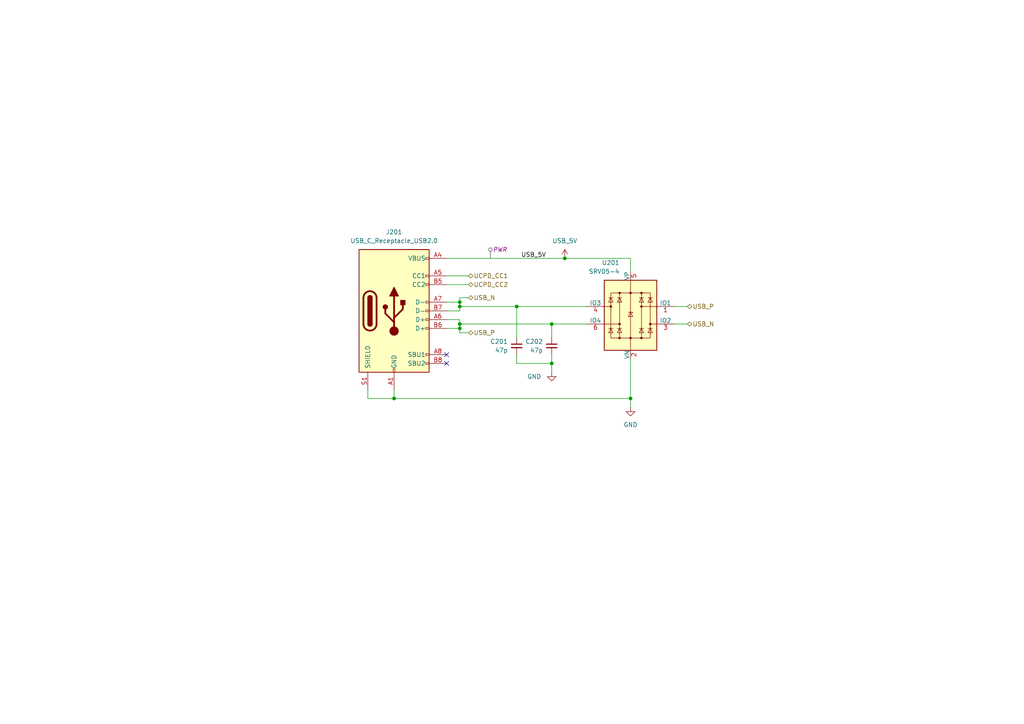
<source format=kicad_sch>
(kicad_sch (version 20231120) (generator "eeschema") (generator_version "8.0")
  (paper "A4")
  (title_block (title "USB & ESD") (date "2023-10-11") (rev "0.1") (company "matei repair lab"))
  (lib_symbols
    (symbol "Connector:USB_C_Receptacle_USB2.0" (pin_names (offset 1.016))
      (property "Reference" "J" (at -10.16 19.05 0))
      (property "Value" "USB_C_Receptacle_USB2.0" (at 19.05 19.05 0))
      (symbol "USB_C_Receptacle_USB2.0_0_0"
        (rectangle (start -0.254 -17.78) (end 0.254 -16.764))
        (rectangle (start 10.16 -14.986) (end 9.144 -15.494))
        (rectangle (start 10.16 -12.446) (end 9.144 -12.954))
        (rectangle (start 10.16 -4.826) (end 9.144 -5.334))
        (rectangle (start 10.16 -2.286) (end 9.144 -2.794))
        (rectangle (start 10.16 0.254) (end 9.144 -0.254))
        (rectangle (start 10.16 2.794) (end 9.144 2.286))
        (rectangle (start 10.16 7.874) (end 9.144 7.366))
        (rectangle (start 10.16 10.414) (end 9.144 9.906))
        (rectangle (start 10.16 15.494) (end 9.144 14.986))
      )
      (symbol "USB_C_Receptacle_USB2.0_0_1"
        (rectangle (start -10.16 17.78) (end 10.16 -17.78) (stroke (width 0.254)) (fill (type background)))
        (arc (start -8.89 -3.81) (mid -6.985 -5.7067) (end -5.08 -3.81) (stroke (width 0.508)))
        (arc (start -7.62 -3.81) (mid -6.985 -4.4423) (end -6.35 -3.81) (stroke (width 0.254)))
        (arc (start -7.62 -3.81) (mid -6.985 -4.4423) (end -6.35 -3.81) (stroke (width 0.254)) (fill (type outline)))
        (rectangle (start -7.62 -3.81) (end -6.35 3.81) (stroke (width 0.254)) (fill (type outline)))
        (arc (start -6.35 3.81) (mid -6.985 4.4423) (end -7.62 3.81) (stroke (width 0.254)))
        (arc (start -6.35 3.81) (mid -6.985 4.4423) (end -7.62 3.81) (stroke (width 0.254)) (fill (type outline)))
        (arc (start -5.08 3.81) (mid -6.985 5.7067) (end -8.89 3.81) (stroke (width 0.508)))
        (circle (center -2.54 1.143) (radius 0.635) (stroke (width 0.254)) (fill (type outline)))
        (circle (center 0 -5.842) (radius 1.27) (fill (type outline)))
        (polyline (pts (xy -8.89 -3.81) (xy -8.89 3.81)) (stroke (width 0.508)))
        (polyline (pts (xy -5.08 3.81) (xy -5.08 -3.81)) (stroke (width 0.508)))
        (polyline (pts (xy 0 -5.842) (xy 0 4.318)) (stroke (width 0.508)))
        (polyline (pts (xy 0 -3.302) (xy -2.54 -0.762) (xy -2.54 0.508)) (stroke (width 0.508)))
        (polyline (pts (xy 0 -2.032) (xy 2.54 0.508) (xy 2.54 1.778)) (stroke (width 0.508)))
        (polyline (pts (xy -1.27 4.318) (xy 0 6.858) (xy 1.27 4.318) (xy -1.27 4.318)) (stroke (width 0.254)) (fill (type outline)))
        (rectangle (start 1.905 1.778) (end 3.175 3.048) (stroke (width 0.254)) (fill (type outline)))
      )
      (symbol "USB_C_Receptacle_USB2.0_1_1"
        (pin passive line (at 0 -22.86 90) (length 5.08) (name "GND") (number "A1"))
        (pin passive line (at 0 -22.86 90) (length 5.08) hide (name "GND") (number "A12"))
        (pin passive line (at 15.24 15.24 180) (length 5.08) (name "VBUS") (number "A4"))
        (pin bidirectional line (at 15.24 10.16 180) (length 5.08) (name "CC1") (number "A5"))
        (pin bidirectional line (at 15.24 -2.54 180) (length 5.08) (name "D+") (number "A6"))
        (pin bidirectional line (at 15.24 2.54 180) (length 5.08) (name "D-") (number "A7"))
        (pin bidirectional line (at 15.24 -12.7 180) (length 5.08) (name "SBU1") (number "A8"))
        (pin passive line (at 15.24 15.24 180) (length 5.08) hide (name "VBUS") (number "A9"))
        (pin passive line (at 0 -22.86 90) (length 5.08) hide (name "GND") (number "B1"))
        (pin passive line (at 0 -22.86 90) (length 5.08) hide (name "GND") (number "B12"))
        (pin passive line (at 15.24 15.24 180) (length 5.08) hide (name "VBUS") (number "B4"))
        (pin bidirectional line (at 15.24 7.62 180) (length 5.08) (name "CC2") (number "B5"))
        (pin bidirectional line (at 15.24 -5.08 180) (length 5.08) (name "D+") (number "B6"))
        (pin bidirectional line (at 15.24 0 180) (length 5.08) (name "D-") (number "B7"))
        (pin bidirectional line (at 15.24 -15.24 180) (length 5.08) (name "SBU2") (number "B8"))
        (pin passive line (at 15.24 15.24 180) (length 5.08) hide (name "VBUS") (number "B9"))
        (pin passive line (at -7.62 -22.86 90) (length 5.08) (name "SHIELD") (number "S1"))
      )
    )
    (symbol "Device:C_Small" (pin_numbers hide) (pin_names (offset 0.254) hide)
      (property "Reference" "C" (at 0.254 1.778 0))
      (property "Value" "C_Small" (at 0.254 -2.032 0))
      (symbol "C_Small_0_1"
        (polyline (pts (xy -1.524 -0.508) (xy 1.524 -0.508)) (stroke (width 0.3302)))
        (polyline (pts (xy -1.524 0.508) (xy 1.524 0.508)) (stroke (width 0.3048)))
      )
      (symbol "C_Small_1_1"
        (pin passive line (at 0 2.54 270) (length 2.032) (name "~") (number "1"))
        (pin passive line (at 0 -2.54 90) (length 2.032) (name "~") (number "2"))
      )
    )
    (symbol "Power_Protection:SRV05-4" (pin_names (offset 0))
      (property "Reference" "U" (at -5.08 11.43 0))
      (property "Value" "SRV05-4" (at 2.54 11.43 0))
      (symbol "SRV05-4_0_0"
        (rectangle (start -5.715 6.477) (end 5.715 -6.604))
        (polyline (pts (xy -3.175 -6.604) (xy -3.175 6.477)))
        (polyline (pts (xy 3.175 6.477) (xy 3.175 -6.604)))
      )
      (symbol "SRV05-4_0_1"
        (rectangle (start -7.62 10.16) (end 7.62 -10.16) (stroke (width 0.254)) (fill (type background)))
        (circle (center -5.715 -2.54) (radius 0.2794) (fill (type outline)))
        (circle (center -3.175 -6.604) (radius 0.2794) (fill (type outline)))
        (circle (center -3.175 2.54) (radius 0.2794) (fill (type outline)))
        (circle (center -3.175 6.477) (radius 0.2794) (fill (type outline)))
        (circle (center 0 -6.604) (radius 0.2794) (fill (type outline)))
        (polyline (pts (xy -7.747 2.54) (xy -3.175 2.54)))
        (polyline (pts (xy -7.62 -2.54) (xy -5.715 -2.54)))
        (polyline (pts (xy -5.08 -3.81) (xy -6.35 -3.81)))
        (polyline (pts (xy -5.08 5.08) (xy -6.35 5.08)))
        (polyline (pts (xy -2.54 -3.81) (xy -3.81 -3.81)))
        (polyline (pts (xy -2.54 5.08) (xy -3.81 5.08)))
        (polyline (pts (xy 0 10.16) (xy 0 -10.16)))
        (polyline (pts (xy 3.81 -3.81) (xy 2.54 -3.81)))
        (polyline (pts (xy 3.81 5.08) (xy 2.54 5.08)))
        (polyline (pts (xy 6.35 -3.81) (xy 5.08 -3.81)))
        (polyline (pts (xy 6.35 5.08) (xy 5.08 5.08)))
        (polyline (pts (xy 7.62 -2.54) (xy 3.175 -2.54)))
        (polyline (pts (xy 7.62 2.54) (xy 5.715 2.54)))
        (polyline (pts (xy 0.635 0.889) (xy -0.635 0.889) (xy -0.635 0.635)))
        (polyline (pts (xy -5.08 -5.08) (xy -6.35 -5.08) (xy -5.715 -3.81) (xy -5.08 -5.08)))
        (polyline (pts (xy -5.08 3.81) (xy -6.35 3.81) (xy -5.715 5.08) (xy -5.08 3.81)))
        (polyline (pts (xy -2.54 -5.08) (xy -3.81 -5.08) (xy -3.175 -3.81) (xy -2.54 -5.08)))
        (polyline (pts (xy -2.54 3.81) (xy -3.81 3.81) (xy -3.175 5.08) (xy -2.54 3.81)))
        (polyline (pts (xy 0.635 -0.381) (xy -0.635 -0.381) (xy 0 0.889) (xy 0.635 -0.381)))
        (polyline (pts (xy 3.81 -5.08) (xy 2.54 -5.08) (xy 3.175 -3.81) (xy 3.81 -5.08)))
        (polyline (pts (xy 3.81 3.81) (xy 2.54 3.81) (xy 3.175 5.08) (xy 3.81 3.81)))
        (polyline (pts (xy 6.35 -5.08) (xy 5.08 -5.08) (xy 5.715 -3.81) (xy 6.35 -5.08)))
        (polyline (pts (xy 6.35 3.81) (xy 5.08 3.81) (xy 5.715 5.08) (xy 6.35 3.81)))
        (circle (center 0 6.477) (radius 0.2794) (fill (type outline)))
        (circle (center 3.175 -6.604) (radius 0.2794) (fill (type outline)))
        (circle (center 3.175 -2.54) (radius 0.2794) (fill (type outline)))
        (circle (center 3.175 6.477) (radius 0.2794) (fill (type outline)))
        (circle (center 5.715 2.54) (radius 0.2794) (fill (type outline)))
      )
      (symbol "SRV05-4_1_1"
        (pin passive line (at -12.7 2.54 0) (length 5.08) (name "IO1") (number "1"))
        (pin passive line (at 0 -12.7 90) (length 2.54) (name "VN") (number "2"))
        (pin passive line (at -12.7 -2.54 0) (length 5.08) (name "IO2") (number "3"))
        (pin passive line (at 12.7 2.54 180) (length 5.08) (name "IO3") (number "4"))
        (pin passive line (at 0 12.7 270) (length 2.54) (name "VP") (number "5"))
        (pin passive line (at 12.7 -2.54 180) (length 5.08) (name "IO4") (number "6"))
      )
    )
    (symbol "power:+5V" (power) (pin_numbers hide) (pin_names (offset 0) hide)
      (property "Value" "+5V" (at 0 3.556 0))
      (symbol "+5V_0_1"
        (polyline (pts (xy -0.762 1.27) (xy 0 2.54)))
        (polyline (pts (xy 0 0) (xy 0 2.54)))
        (polyline (pts (xy 0 2.54) (xy 0.762 1.27)))
      )
      (symbol "+5V_1_1"
        (pin power_in line (at 0 0 90) (length 0) (name "~") (number "1"))
      )
    )
    (symbol "power:GND" (power) (pin_names (offset 0))
      (property "Value" "GND" (at 0 -3.81 0))
      (symbol "GND_0_1"
        (polyline (pts (xy 0 0) (xy 0 -1.27) (xy 1.27 -1.27) (xy 0 -2.54) (xy -1.27 -1.27) (xy 0 -1.27)))
      )
      (symbol "GND_1_1"
        (pin power_in line (at 0 0 270) (length 0) hide (name "GND") (number "1"))
      )
    )
  )
  (junction (at 163.83 74.93))
  (junction (at 133.35 88.9))
  (junction (at 182.88 115.57))
  (junction (at 133.35 87.63))
  (junction (at 133.35 95.25))
  (junction (at 160.02 93.98))
  (junction (at 160.02 105.41))
  (junction (at 149.86 88.9))
  (junction (at 114.3 115.57))
  (junction (at 133.35 93.98))
  (no_connect (at 129.54 105.41))
  (no_connect (at 129.54 102.87))
  (wire (pts (xy 182.88 74.93) (xy 182.88 78.74)))
  (wire (pts (xy 182.88 115.57) (xy 182.88 104.14)))
  (wire (pts (xy 129.54 87.63) (xy 133.35 87.63)))
  (wire (pts (xy 133.35 92.71) (xy 133.35 93.98)))
  (wire (pts (xy 106.68 115.57) (xy 114.3 115.57)))
  (wire (pts (xy 149.86 88.9) (xy 170.18 88.9)))
  (wire (pts (xy 135.89 96.52) (xy 133.35 96.52)))
  (wire (pts (xy 149.86 105.41) (xy 160.02 105.41)))
  (wire (pts (xy 129.54 74.93) (xy 163.83 74.93)))
  (wire (pts (xy 149.86 88.9) (xy 149.86 97.79)))
  (wire (pts (xy 133.35 93.98) (xy 133.35 95.25)))
  (wire (pts (xy 182.88 115.57) (xy 182.88 118.11)))
  (wire (pts (xy 149.86 102.87) (xy 149.86 105.41)))
  (wire (pts (xy 129.54 80.01) (xy 135.89 80.01)))
  (wire (pts (xy 160.02 102.87) (xy 160.02 105.41)))
  (wire (pts (xy 133.35 86.36) (xy 133.35 87.63)))
  (wire (pts (xy 106.68 113.03) (xy 106.68 115.57)))
  (wire (pts (xy 114.3 113.03) (xy 114.3 115.57)))
  (wire (pts (xy 160.02 105.41) (xy 160.02 107.95)))
  (wire (pts (xy 160.02 93.98) (xy 170.18 93.98)))
  (wire (pts (xy 160.02 93.98) (xy 160.02 97.79)))
  (wire (pts (xy 133.35 90.17) (xy 129.54 90.17)))
  (wire (pts (xy 195.58 93.98) (xy 199.39 93.98)))
  (wire (pts (xy 133.35 93.98) (xy 160.02 93.98)))
  (wire (pts (xy 129.54 92.71) (xy 133.35 92.71)))
  (wire (pts (xy 133.35 96.52) (xy 133.35 95.25)))
  (wire (pts (xy 129.54 82.55) (xy 135.89 82.55)))
  (wire (pts (xy 133.35 95.25) (xy 129.54 95.25)))
  (wire (pts (xy 163.83 74.93) (xy 182.88 74.93)))
  (wire (pts (xy 135.89 86.36) (xy 133.35 86.36)))
  (wire (pts (xy 195.58 88.9) (xy 199.39 88.9)))
  (wire (pts (xy 114.3 115.57) (xy 182.88 115.57)))
  (wire (pts (xy 133.35 87.63) (xy 133.35 88.9)))
  (wire (pts (xy 133.35 88.9) (xy 133.35 90.17)))
  (wire (pts (xy 133.35 88.9) (xy 149.86 88.9)))
  (label "USB_5V" (at 151.13 74.93 0))
  (hierarchical_label "USB_P" (shape bidirectional) (at 199.39 88.9 0))
  (hierarchical_label "USB_N" (shape bidirectional) (at 135.89 86.36 0))
  (hierarchical_label "UCPD_CC2" (shape bidirectional) (at 135.89 82.55 0))
  (hierarchical_label "USB_P" (shape bidirectional) (at 135.89 96.52 0))
  (hierarchical_label "USB_N" (shape bidirectional) (at 199.39 93.98 0))
  (hierarchical_label "UCPD_CC1" (shape bidirectional) (at 135.89 80.01 0))
  (netclass_flag "" (length 2.54) (shape round) (at 142.24 74.93 0) (property "Netclass" "PWR" (at 142.9385 72.39 0) (effects (font (italic yes)) (justify left))))
  (symbol (lib_id "power:+5V") (at 163.83 74.93 0) (unit 1)
    (property "Reference" "#PWR05" (effects (hide yes)))
    (property "Value" "USB_5V" (at 163.83 69.85 0))
    (property "Description" "Power symbol creates a global label with name \"+5V\"" (effects (hide yes)))
  )
  (symbol (lib_id "Power_Protection:SRV05-4") (at 182.88 91.44 0) (mirror y) (unit 1)
    (property "Reference" "U201" (at 179.7303 76.2 0) (effects (justify left)))
    (property "Value" "SRV05-4" (at 179.7303 78.74 0) (effects (justify left)))
    (property "Footprint" "Package_TO_SOT_SMD:SOT-23-6" (effects (hide yes)))
    (property "Datasheet" "http://www.onsemi.com/pub/Collateral/SRV05-4-D.PDF" (effects (hide yes)))
    (property "LCSC ID" "C7420376" (effects (hide yes)))
    (instances (project "lemon-pepper" (path "" (reference "U201") (unit 1))) (project "stm32g431-mt6701-stspin233" (path "" (reference "U601") (unit 1))))
  )
  (symbol (lib_id "Connector:USB_C_Receptacle_USB2.0") (at 114.3 90.17 0) (unit 1)
    (property "Reference" "J201" (at 114.3 67.31 0))
    (property "Value" "USB_C_Receptacle_USB2.0" (at 114.3 69.85 0))
    (property "Footprint" "mechanical:usb_c" (effects (hide yes)))
    (property "Datasheet" "https://www.usb.org/sites/default/files/documents/usb_type-c.zip" (effects (hide yes)))
    (property "LCSC ID" "C963223" (effects (hide yes)))
    (instances (project "lemon-pepper" (path "" (reference "J201") (unit 1))) (project "stm32g431-mt6701-stspin233" (path "" (reference "J601") (unit 1))))
  )
  (symbol (lib_id "Device:C_Small") (at 160.02 100.33 0) (unit 1)
    (property "Reference" "C202" (at 157.48 99.0663 0) (effects (justify right)))
    (property "Value" "47p" (at 157.48 101.6063 0) (effects (justify right)))
    (property "Footprint" "Capacitor_SMD:C_0402_1005Metric" (effects (hide yes)))
    (property "LCSC ID" "C1567" (effects (hide yes)))
    (instances (project "lemon-pepper" (path "" (reference "C202") (unit 1))) (project "stm32g431-mt6701-stspin233" (path "" (reference "C?") (unit 1)) (path "" (reference "C602") (unit 1))))
  )
  (symbol (lib_id "power:GND") (at 160.02 107.95 0) (mirror y) (unit 1)
    (property "Reference" "#PWR0201" (effects (hide yes)))
    (property "Value" "GND" (at 154.94 109.22 0))
    (instances (project "lemon-pepper" (path "" (reference "#PWR0201") (unit 1))) (project "stm32g431-mt6701-stspin233" (path "" (reference "#PWR?") (unit 1)) (path "" (reference "#PWR0215") (unit 1)) (path "" (reference "#PWR0602") (unit 1))))
  )
  (symbol (lib_id "Device:C_Small") (at 149.86 100.33 0) (unit 1)
    (property "Reference" "C201" (at 147.32 99.0663 0) (effects (justify right)))
    (property "Value" "47p" (at 147.32 101.6063 0) (effects (justify right)))
    (property "Footprint" "Capacitor_SMD:C_0402_1005Metric" (effects (hide yes)))
    (property "LCSC ID" "C1567" (effects (hide yes)))
    (instances (project "lemon-pepper" (path "" (reference "C201") (unit 1))) (project "stm32g431-mt6701-stspin233" (path "" (reference "C?") (unit 1)) (path "" (reference "C601") (unit 1))))
  )
  (symbol (lib_id "power:GND") (at 182.88 118.11 0) (unit 1)
    (property "Reference" "#PWR0203" (effects (hide yes)))
    (property "Value" "GND" (at 182.88 123.19 0))
    (instances (project "lemon-pepper" (path "" (reference "#PWR0203") (unit 1))) (project "stm32g431-mt6701-stspin233" (path "" (reference "#PWR0604") (unit 1))))
  )
)
</source>
